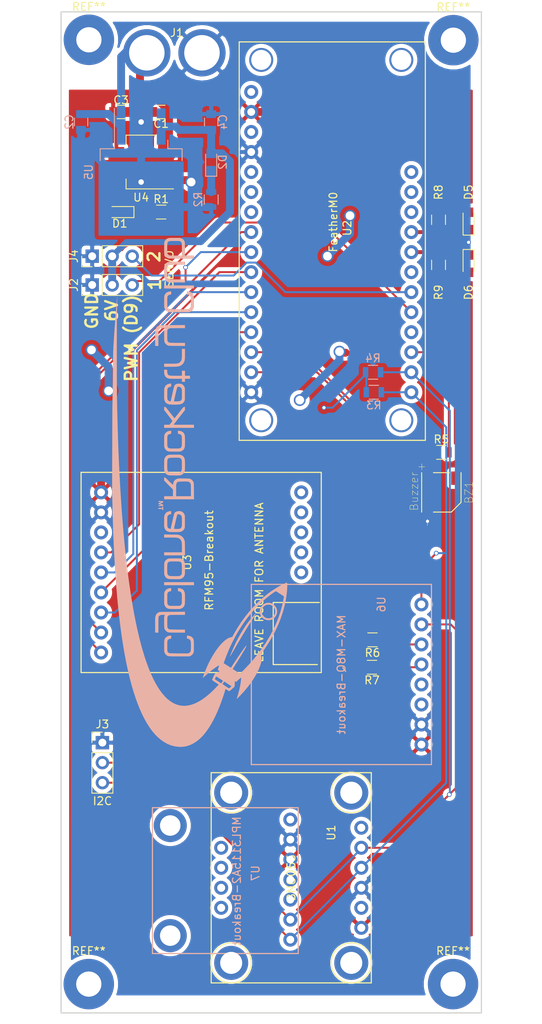
<source format=kicad_pcb>
(kicad_pcb (version 20171130) (host pcbnew "(5.1.0)-1")
  (title_block (title "The Hub") (rev 1.0) (company "Desert Jackal"))
  (layers (0 F.Cu signal) (31 B.Cu signal) (34 B.Paste user) (35 F.Paste user) (36 B.SilkS user) (37 F.SilkS user) (38 B.Mask user) (39 F.Mask user) (44 Edge.Cuts user))
  (net 0 "")
  (net 1 +12V)
  (net 2 GND)
  (net 3 +3V3)
  (net 4 "Net-(D1-Pad1)")
  (net 5 "Net-(D2-Pad1)")
  (net 6 "Net-(D5-Pad2)")
  (net 7 "Net-(D6-Pad2)")
  (net 8 "Net-(U2-Pad5)")
  (net 9 "Net-(U2-Pad6)")
  (net 10 "Net-(U2-Pad7)")
  (net 11 "Net-(BZ1-Pad1)")
  (net 12 /6V)
  (net 13 /SDA)
  (net 14 /SCL)
  (net 15 /BUZZER)
  (net 16 /TEST_LED_1)
  (net 17 /TEST_LED_2)
  (net 18 "Net-(U2-Pad1)")
  (net 19 "Net-(U2-Pad3)")
  (net 20 /LORA_CS)
  (net 21 /LORA_RESET)
  (net 22 /LORA_INTERRUPT)
  (net 23 /SCK)
  (net 24 /MOSI)
  (net 25 /MISO)
  (net 26 /GPS_RX)
  (net 27 /GPS_TX)
  (net 28 "Net-(U2-Pad20)")
  (net 29 "Net-(U2-Pad26)")
  (net 30 "Net-(U2-Pad27)")
  (net 31 "Net-(U2-Pad28)")
  (net 32 "Net-(U3-Pad3)")
  (net 33 "Net-(U3-Pad10)")
  (net 34 "Net-(U3-Pad11)")
  (net 35 "Net-(U3-Pad12)")
  (net 36 "Net-(U3-Pad13)")
  (net 37 "Net-(U3-Pad14)")
  (net 38 "Net-(U1-Pad2)")
  (net 39 "Net-(U1-Pad6)")
  (net 40 "Net-(U1-Pad7)")
  (net 41 "Net-(U1-Pad8)")
  (net 42 "Net-(U1-Pad9)")
  (net 43 "Net-(U1-Pad10)")
  (net 44 "Net-(U7-Pad1)")
  (net 45 "Net-(U7-Pad4)")
  (net 46 "Net-(U7-Pad5)")
  (net 47 /SERVO1_PWM)
  (net 48 /SERVO2_PWM)
  (net 49 "Net-(R6-Pad1)")
  (net 50 "Net-(R7-Pad1)")
  (net 51 "Net-(U2-Pad23)")
  (net 52 "Net-(U6-Pad5)")
  (net 53 "Net-(U6-Pad6)")
  (module RocketShopLogos:CycloneRocketryLogo (layer B.Cu) (at 114.3508 151.9047 90)
    (fp_text reference G*** hide)
    (fp_text value LOGO hide)
  )
  (module Mounting_Holes:MountingHole_3.2mm_M3_Pad (layer F.Cu) (at 102.5906 94.9833)
    (fp_text reference REF** (at 0 -4.2) (layer F.SilkS))
    (fp_text value MountingHole_3.2mm_M3_Pad)
    (pad 1 thru_hole circle (at 0 0) (size 6.4 6.4) (drill 3.2) (layers *.Cu *.Mask))
  )
  (module Mounting_Holes:MountingHole_3.2mm_M3_Pad (layer F.Cu) (at 148.844 95.0341)
    (fp_text reference REF** (at 0 -4.2) (layer F.SilkS))
    (fp_text value MountingHole_3.2mm_M3_Pad)
    (pad 1 thru_hole circle (at 0 0) (size 6.4 6.4) (drill 3.2) (layers *.Cu *.Mask))
  )
  (module Mounting_Holes:MountingHole_3.2mm_M3_Pad (layer F.Cu) (at 102.5779 214.7824)
    (fp_text reference REF** (at 0 -4.2) (layer F.SilkS))
    (fp_text value MountingHole_3.2mm_M3_Pad)
    (pad 1 thru_hole circle (at 0 0) (size 6.4 6.4) (drill 3.2) (layers *.Cu *.Mask))
  )
  (module Mounting_Holes:MountingHole_3.2mm_M3_Pad (layer F.Cu) (at 148.8059 214.7824)
    (fp_text reference REF** (at 0 -4.2) (layer F.SilkS))
    (fp_text value MountingHole_3.2mm_M3_Pad)
    (pad 1 thru_hole circle (at 0 0) (size 6.4 6.4) (drill 3.2) (layers *.Cu *.Mask))
  )
  (module DannysLib:CUI_CMT-5023S-SMT (layer F.Cu) (at 147.32 152.4 270)
    (fp_text reference BZ1 (at 0 -3.5 270) (layer F.SilkS) (effects (font (size 1.00106 1.00106) (thickness 0.05))))
    (fp_text value Buzzer (at -0.12502 3.45544 270) (layer F.SilkS) (effects (font (size 1.00013 1.00013) (thickness 0.05))))
    (fp_text user + (at -3.24338 2.56267 270) (layer F.SilkS) (effects (font (thickness 0.05))))
    (fp_text user - (at 3.79702 1.84341 270) (layer F.SilkS) (effects (font (thickness 0.05))))
    (pad 1 smd rect (at -1.8 1.75 270) (size 1.7 1) (layers F.Cu F.Paste F.Mask) (net 11 "Net-(BZ1-Pad1)"))
    (pad 2 smd rect (at 1.8 1.75 270) (size 1.7 1) (layers F.Cu F.Paste F.Mask) (net 2 GND))
    (pad "" smd rect (at -1.8 -1.75 270) (size 1.7 1) (layers F.Cu F.Paste F.Mask))
  )
  (module Capacitors_SMD:C_0805 (layer F.Cu) (at 111.76 104.14 180)
    (fp_text reference C1 (at 0 -1.5 180) (layer F.SilkS))
    (fp_text value 10U)
    (pad 1 smd rect (at -1 0 180) (size 1 1.25) (layers F.Cu F.Paste F.Mask) (net 1 +12V))
    (pad 2 smd rect (at 1 0 180) (size 1 1.25) (layers F.Cu F.Paste F.Mask) (net 2 GND))
  )
  (module Capacitors_SMD:C_0805 (layer B.Cu) (at 101.6 105.41 270)
    (fp_text reference C2 (at 0 1.5 270) (layer B.SilkS) (effects (justify mirror)))
    (fp_text value 10U)
    (pad 1 smd rect (at -1 0 270) (size 1 1.25) (layers B.Cu B.Paste B.Mask) (net 1 +12V))
    (pad 2 smd rect (at 1 0 270) (size 1 1.25) (layers B.Cu B.Paste B.Mask) (net 2 GND))
  )
  (module Capacitors_SMD:C_0805 (layer F.Cu) (at 106.68 104.14)
    (fp_text reference C3 (at 0 -1.5) (layer F.SilkS))
    (fp_text value 10U)
    (pad 2 smd rect (at 1 0) (size 1 1.25) (layers F.Cu F.Paste F.Mask) (net 2 GND))
    (pad 1 smd rect (at -1 0) (size 1 1.25) (layers F.Cu F.Paste F.Mask) (net 3 +3V3))
  )
  (module Capacitors_SMD:C_0805 (layer B.Cu) (at 118.11 105.41 90)
    (fp_text reference C4 (at 0 1.5 90) (layer B.SilkS) (effects (justify mirror)))
    (fp_text value 10U)
    (pad 2 smd rect (at 1 0 90) (size 1 1.25) (layers B.Cu B.Paste B.Mask) (net 2 GND))
    (pad 1 smd rect (at -1 0 90) (size 1 1.25) (layers B.Cu B.Paste B.Mask) (net 12 /6V))
  )
  (module LEDs:LED_0805 (layer F.Cu) (at 106.51 116.84 180)
    (fp_text reference D1 (at 0 -1.45 180) (layer F.SilkS))
    (fp_text value LED)
    (pad 1 smd rect (at -1.1 0) (size 1.2 1.2) (layers F.Cu F.Paste F.Mask) (net 4 "Net-(D1-Pad1)"))
    (pad 2 smd rect (at 1.1 0) (size 1.2 1.2) (layers F.Cu F.Paste F.Mask) (net 3 +3V3))
  )
  (module LEDs:LED_0805 (layer B.Cu) (at 118.11 110.49 90)
    (fp_text reference D2 (at 0 1.45 90) (layer B.SilkS) (effects (justify mirror)))
    (fp_text value LED)
    (pad 2 smd rect (at 1.1 0 270) (size 1.2 1.2) (layers B.Cu B.Paste B.Mask) (net 12 /6V))
    (pad 1 smd rect (at -1.1 0 270) (size 1.2 1.2) (layers B.Cu B.Paste B.Mask) (net 5 "Net-(D2-Pad1)"))
  )
  (module LEDs:LED_0805 (layer F.Cu) (at 150.7744 117.9654 90)
    (fp_text reference D5 (at 3.64 0 90) (layer F.SilkS))
    (fp_text value LED)
    (pad 2 smd rect (at 1.1 0 270) (size 1.2 1.2) (layers F.Cu F.Paste F.Mask) (net 6 "Net-(D5-Pad2)"))
    (pad 1 smd rect (at -1.1 0 270) (size 1.2 1.2) (layers F.Cu F.Paste F.Mask) (net 2 GND))
  )
  (module LEDs:LED_0805 (layer F.Cu) (at 150.7744 123.3854 270)
    (fp_text reference D6 (at 3.64 0 270) (layer F.SilkS))
    (fp_text value LED)
    (pad 1 smd rect (at -1.1 0 90) (size 1.2 1.2) (layers F.Cu F.Paste F.Mask) (net 2 GND))
    (pad 2 smd rect (at 1.1 0 90) (size 1.2 1.2) (layers F.Cu F.Paste F.Mask) (net 7 "Net-(D6-Pad2)"))
  )
  (module DannysLib:XT60 (layer F.Cu) (at 109.9416 96.6343)
    (fp_text reference J1 (at 3.81 -2.54) (layer F.SilkS))
    (fp_text value "12V Power")
    (pad 1 thru_hole circle (at 0 0) (size 6 6) (drill 4.5) (layers *.Cu *.Mask) (net 1 +12V))
    (pad 2 thru_hole circle (at 7 0) (size 6 6) (drill 4.5) (layers *.Cu *.Mask) (net 2 GND))
  )
  (module Pin_Headers:Pin_Header_Straight_1x03_Pitch2.54mm (layer F.Cu) (at 103.0097 126.0856 90)
    (fp_text reference J2 (at 0 -2.33 90) (layer F.SilkS))
    (fp_text value SERVO (at 2.0193 9.7917 90) (layer F.SilkS))
    (pad 1 thru_hole rect (at 0 0 90) (size 1.7 1.7) (drill 1) (layers *.Cu *.Mask) (net 2 GND))
    (pad 2 thru_hole oval (at 0 2.54 90) (size 1.7 1.7) (drill 1) (layers *.Cu *.Mask) (net 12 /6V))
    (pad 3 thru_hole oval (at 0 5.08 90) (size 1.7 1.7) (drill 1) (layers *.Cu *.Mask) (net 47 /SERVO1_PWM))
  )
  (module Pin_Headers:Pin_Header_Straight_1x03_Pitch2.54mm (layer F.Cu) (at 104.3051 184.15)
    (fp_text reference J3 (at 0 -2.33) (layer F.SilkS))
    (fp_text value I2C (at 0 7.41) (layer F.SilkS))
    (pad 3 thru_hole oval (at 0 5.08) (size 1.7 1.7) (drill 1) (layers *.Cu *.Mask) (net 13 /SDA))
    (pad 2 thru_hole oval (at 0 2.54) (size 1.7 1.7) (drill 1) (layers *.Cu *.Mask) (net 14 /SCL))
    (pad 1 thru_hole rect (at 0 0) (size 1.7 1.7) (drill 1) (layers *.Cu *.Mask) (net 2 GND))
  )
  (module Resistors_SMD:R_0805 (layer F.Cu) (at 111.76 116.84)
    (fp_text reference R1 (at 0 -1.65) (layer F.SilkS))
    (fp_text value 220)
    (pad 1 smd rect (at -0.95 0) (size 0.7 1.3) (layers F.Cu F.Paste F.Mask) (net 4 "Net-(D1-Pad1)"))
    (pad 2 smd rect (at 0.95 0) (size 0.7 1.3) (layers F.Cu F.Paste F.Mask) (net 2 GND))
  )
  (module Resistors_SMD:R_0805 (layer B.Cu) (at 118.11 115.25 270)
    (fp_text reference R2 (at 0 1.65 270) (layer B.SilkS) (effects (justify mirror)))
    (fp_text value 470)
    (pad 2 smd rect (at 0.95 0 270) (size 0.7 1.3) (layers B.Cu B.Paste B.Mask) (net 2 GND))
    (pad 1 smd rect (at -0.95 0 270) (size 0.7 1.3) (layers B.Cu B.Paste B.Mask) (net 5 "Net-(D2-Pad1)"))
  )
  (module Resistors_SMD:R_0805 (layer B.Cu) (at 138.75 139.7)
    (fp_text reference R3 (at 0 1.65) (layer B.SilkS) (effects (justify mirror)))
    (fp_text value 2.2K)
    (pad 1 smd rect (at -0.95 0) (size 0.7 1.3) (layers B.Cu B.Paste B.Mask) (net 3 +3V3))
    (pad 2 smd rect (at 0.95 0) (size 0.7 1.3) (layers B.Cu B.Paste B.Mask) (net 13 /SDA))
  )
  (module Resistors_SMD:R_0805 (layer B.Cu) (at 138.655001 137.16)
    (fp_text reference R4 (at -0.009101 -1.778) (layer B.SilkS) (effects (justify mirror)))
    (fp_text value 2.2K)
    (pad 2 smd rect (at 0.95 0) (size 0.7 1.3) (layers B.Cu B.Paste B.Mask) (net 14 /SCL))
    (pad 1 smd rect (at -0.95 0) (size 0.7 1.3) (layers B.Cu B.Paste B.Mask) (net 3 +3V3))
  )
  (module Resistors_SMD:R_0805 (layer F.Cu) (at 147.32 147.32)
    (fp_text reference R5 (at 0 -1.65) (layer F.SilkS))
    (fp_text value 330)
    (pad 1 smd rect (at -0.95 0) (size 0.7 1.3) (layers F.Cu F.Paste F.Mask) (net 11 "Net-(BZ1-Pad1)"))
    (pad 2 smd rect (at 0.95 0) (size 0.7 1.3) (layers F.Cu F.Paste F.Mask) (net 15 /BUZZER))
  )
  (module Resistors_SMD:R_0805 (layer F.Cu) (at 146.9644 117.8154 90)
    (fp_text reference R8 (at 3.49 0 90) (layer F.SilkS))
    (fp_text value 220)
    (pad 2 smd rect (at 0.95 0 90) (size 0.7 1.3) (layers F.Cu F.Paste F.Mask) (net 6 "Net-(D5-Pad2)"))
    (pad 1 smd rect (at -0.95 0 90) (size 0.7 1.3) (layers F.Cu F.Paste F.Mask) (net 16 /TEST_LED_1))
  )
  (module Resistors_SMD:R_0805 (layer F.Cu) (at 146.9644 123.5354 270)
    (fp_text reference R9 (at 3.49 0 270) (layer F.SilkS))
    (fp_text value 220)
    (pad 2 smd rect (at 0.95 0 270) (size 0.7 1.3) (layers F.Cu F.Paste F.Mask) (net 7 "Net-(D6-Pad2)"))
    (pad 1 smd rect (at -0.95 0 270) (size 0.7 1.3) (layers F.Cu F.Paste F.Mask) (net 17 /TEST_LED_2))
  )
  (module FoxWestern:BNO055 (layer F.Cu) (at 135.89 212.09 90)
    (fp_text reference U1 (at 16.51 -2.54 90) (layer F.SilkS))
    (fp_text value BNO055-Breakout)
    (fp_text user BNO055 (at 10.795 -7.62 90) (layer F.SilkS))
    (pad 1 thru_hole circle (at 4.445 1.27 90) (size 1.778 1.778) (drill 1.016) (layers *.Cu *.Mask) (net 3 +3V3))
    (pad 2 thru_hole circle (at 6.985 1.27 90) (size 1.778 1.778) (drill 1.016) (layers *.Cu *.Mask) (net 38 "Net-(U1-Pad2)"))
    (pad 3 thru_hole circle (at 9.525 1.27 90) (size 1.778 1.778) (drill 1.016) (layers *.Cu *.Mask) (net 2 GND))
    (pad 4 thru_hole circle (at 12.065 1.27 90) (size 1.778 1.778) (drill 1.016) (layers *.Cu *.Mask) (net 13 /SDA))
    (pad 5 thru_hole circle (at 14.605 1.27 90) (size 1.778 1.778) (drill 1.016) (layers *.Cu *.Mask) (net 14 /SCL))
    (pad 6 thru_hole circle (at 17.145 1.27 90) (size 1.778 1.778) (drill 1.016) (layers *.Cu *.Mask) (net 39 "Net-(U1-Pad6)"))
    (pad 7 thru_hole circle (at 6.985 -16.51 90) (size 1.778 1.778) (drill 1.016) (layers *.Cu *.Mask) (net 40 "Net-(U1-Pad7)"))
    (pad 8 thru_hole circle (at 9.525 -16.51 90) (size 1.778 1.778) (drill 1.016) (layers *.Cu *.Mask) (net 41 "Net-(U1-Pad8)"))
    (pad 9 thru_hole circle (at 12.065 -16.51 90) (size 1.778 1.778) (drill 1.016) (layers *.Cu *.Mask) (net 42 "Net-(U1-Pad9)"))
    (pad 10 thru_hole circle (at 14.605 -16.51 90) (size 1.778 1.778) (drill 1.016) (layers *.Cu *.Mask) (net 43 "Net-(U1-Pad10)"))
    (pad "" thru_hole circle (at 0 0 90) (size 4.318 4.318) (drill 2.794) (layers *.Cu *.Mask))
    (pad "" thru_hole circle (at 21.59 0 90) (size 4.318 4.318) (drill 2.794) (layers *.Cu *.Mask))
    (pad "" thru_hole circle (at 21.59 -15.24 90) (size 4.318 4.318) (drill 2.794) (layers *.Cu *.Mask))
    (pad "" thru_hole circle (at 0 -15.24 90) (size 4.318 4.318) (drill 2.794) (layers *.Cu *.Mask))
  )
  (module DannysLib:FEATHER-M0-DATALOGGER (layer F.Cu) (at 123.19 101.6)
    (fp_text reference U2 (at 12.192 17.272 90) (layer F.SilkS))
    (fp_text value FeatherM0 (at 10.414 16.51 90) (layer F.SilkS))
    (pad 1 thru_hole circle (at 0 0) (size 1.778 1.778) (drill 0.9906) (layers *.Cu *.Mask) (net 18 "Net-(U2-Pad1)"))
    (pad 2 thru_hole circle (at 0 2.54) (size 1.778 1.778) (drill 0.9906) (layers *.Cu *.Mask) (net 3 +3V3))
    (pad 3 thru_hole circle (at 0 5.08) (size 1.778 1.778) (drill 0.9906) (layers *.Cu *.Mask) (net 19 "Net-(U2-Pad3)"))
    (pad 4 thru_hole circle (at 0 7.62) (size 1.778 1.778) (drill 0.9906) (layers *.Cu *.Mask) (net 2 GND))
    (pad 5 thru_hole circle (at 0 10.16) (size 1.778 1.778) (drill 0.9906) (layers *.Cu *.Mask) (net 8 "Net-(U2-Pad5)"))
    (pad 6 thru_hole circle (at 0 12.7) (size 1.778 1.778) (drill 0.9906) (layers *.Cu *.Mask) (net 9 "Net-(U2-Pad6)"))
    (pad 7 thru_hole circle (at 0 15.24) (size 1.778 1.778) (drill 0.9906) (layers *.Cu *.Mask) (net 10 "Net-(U2-Pad7)"))
    (pad 8 thru_hole circle (at 0 17.78) (size 1.778 1.778) (drill 0.9906) (layers *.Cu *.Mask) (net 20 /LORA_CS))
    (pad 9 thru_hole circle (at 0 20.32) (size 1.778 1.778) (drill 0.9906) (layers *.Cu *.Mask) (net 21 /LORA_RESET))
    (pad 10 thru_hole circle (at 0 22.86) (size 1.778 1.778) (drill 0.9906) (layers *.Cu *.Mask) (net 22 /LORA_INTERRUPT))
    (pad 11 thru_hole circle (at 0 25.4) (size 1.778 1.778) (drill 0.9906) (layers *.Cu *.Mask) (net 23 /SCK))
    (pad 12 thru_hole circle (at 0 27.94) (size 1.778 1.778) (drill 0.9906) (layers *.Cu *.Mask) (net 24 /MOSI))
    (pad 13 thru_hole circle (at 0 30.48) (size 1.778 1.778) (drill 0.9906) (layers *.Cu *.Mask) (net 25 /MISO))
    (pad 14 thru_hole circle (at 0 33.02) (size 1.778 1.778) (drill 0.9906) (layers *.Cu *.Mask) (net 26 /GPS_RX))
    (pad 15 thru_hole circle (at 0 35.56) (size 1.778 1.778) (drill 0.9906) (layers *.Cu *.Mask) (net 27 /GPS_TX))
    (pad 16 thru_hole circle (at 0 38.1) (size 1.778 1.778) (drill 0.9906) (layers *.Cu *.Mask) (net 2 GND))
    (pad 17 thru_hole circle (at 20.32 38.1) (size 1.778 1.778) (drill 0.9906) (layers *.Cu *.Mask) (net 13 /SDA))
    (pad 18 thru_hole circle (at 20.32 35.56) (size 1.778 1.778) (drill 0.9906) (layers *.Cu *.Mask) (net 14 /SCL))
    (pad 19 thru_hole circle (at 20.32 33.02) (size 1.778 1.778) (drill 0.9906) (layers *.Cu *.Mask) (net 15 /BUZZER))
    (pad 20 thru_hole circle (at 20.32 30.48) (size 1.778 1.778) (drill 0.9906) (layers *.Cu *.Mask) (net 28 "Net-(U2-Pad20)"))
    (pad 21 thru_hole circle (at 20.32 27.94) (size 1.778 1.778) (drill 0.9906) (layers *.Cu *.Mask) (net 47 /SERVO1_PWM))
    (pad 22 thru_hole circle (at 20.32 25.4) (size 1.778 1.778) (drill 0.9906) (layers *.Cu *.Mask) (net 48 /SERVO2_PWM))
    (pad 23 thru_hole circle (at 20.32 22.86) (size 1.778 1.778) (drill 0.9906) (layers *.Cu *.Mask) (net 51 "Net-(U2-Pad23)"))
    (pad 24 thru_hole circle (at 20.32 20.32) (size 1.778 1.778) (drill 0.9906) (layers *.Cu *.Mask) (net 17 /TEST_LED_2))
    (pad 25 thru_hole circle (at 20.32 17.78) (size 1.778 1.778) (drill 0.9906) (layers *.Cu *.Mask) (net 16 /TEST_LED_1))
    (pad 26 thru_hole circle (at 20.32 15.24) (size 1.778 1.778) (drill 0.9906) (layers *.Cu *.Mask) (net 29 "Net-(U2-Pad26)"))
    (pad 27 thru_hole circle (at 20.32 12.7) (size 1.778 1.778) (drill 0.9906) (layers *.Cu *.Mask) (net 30 "Net-(U2-Pad27)"))
    (pad 28 thru_hole circle (at 20.32 10.16) (size 1.778 1.778) (drill 0.9906) (layers *.Cu *.Mask) (net 31 "Net-(U2-Pad28)"))
    (pad "" thru_hole circle (at 1.27 -4.064) (size 3.048 3.048) (drill 2.54) (layers *.Cu *.Mask))
    (pad "" thru_hole circle (at 19.05 -4.064) (size 3.048 3.048) (drill 2.54) (layers *.Cu *.Mask))
    (pad "" thru_hole circle (at 1.27 41.656) (size 3.048 3.048) (drill 2.54) (layers *.Cu *.Mask))
    (pad "" thru_hole circle (at 19.05 41.656) (size 3.048 3.048) (drill 2.54) (layers *.Cu *.Mask))
  )
  (module DannysLib:RFM95-Breakout (layer F.Cu) (at 104.14 152.4 270)
    (fp_text reference U3 (at 8.89 -10.922 270) (layer F.SilkS))
    (fp_text value RFM95-Breakout (at 8.636 -13.716 270) (layer F.SilkS))
    (fp_text user "LEAVE ROOM FOR ANTENNA" (at 11.43 -20.066 270) (layer F.SilkS))
    (pad 1 thru_hole circle (at 0 0 270) (size 1.778 1.778) (drill 0.9906) (layers *.Cu *.Mask) (net 3 +3V3))
    (pad 2 thru_hole circle (at 2.54 0 270) (size 1.778 1.778) (drill 0.9906) (layers *.Cu *.Mask) (net 2 GND))
    (pad 3 thru_hole circle (at 5.08 0 270) (size 1.778 1.778) (drill 0.9906) (layers *.Cu *.Mask) (net 32 "Net-(U3-Pad3)"))
    (pad 4 thru_hole circle (at 7.62 0 270) (size 1.778 1.778) (drill 0.9906) (layers *.Cu *.Mask) (net 22 /LORA_INTERRUPT))
    (pad 5 thru_hole circle (at 10.16 0 270) (size 1.778 1.778) (drill 0.9906) (layers *.Cu *.Mask) (net 23 /SCK))
    (pad 6 thru_hole circle (at 12.7 0 270) (size 1.778 1.778) (drill 0.9906) (layers *.Cu *.Mask) (net 25 /MISO))
    (pad 7 thru_hole circle (at 15.24 0 270) (size 1.778 1.778) (drill 0.9906) (layers *.Cu *.Mask) (net 24 /MOSI))
    (pad 8 thru_hole circle (at 17.78 0 270) (size 1.778 1.778) (drill 0.9906) (layers *.Cu *.Mask) (net 20 /LORA_CS))
    (pad 9 thru_hole circle (at 20.32 0 270) (size 1.778 1.778) (drill 0.9906) (layers *.Cu *.Mask) (net 21 /LORA_RESET))
    (pad 10 thru_hole circle (at 0 -25.4 270) (size 1.778 1.778) (drill 0.9906) (layers *.Cu *.Mask) (net 33 "Net-(U3-Pad10)"))
    (pad 11 thru_hole circle (at 2.54 -25.4 270) (size 1.778 1.778) (drill 0.9906) (layers *.Cu *.Mask) (net 34 "Net-(U3-Pad11)"))
    (pad 12 thru_hole circle (at 5.08 -25.4 270) (size 1.778 1.778) (drill 0.9906) (layers *.Cu *.Mask) (net 35 "Net-(U3-Pad12)"))
    (pad 13 thru_hole circle (at 7.62 -25.4 270) (size 1.778 1.778) (drill 0.9906) (layers *.Cu *.Mask) (net 36 "Net-(U3-Pad13)"))
    (pad 14 thru_hole circle (at 10.16 -25.4 270) (size 1.778 1.778) (drill 0.9906) (layers *.Cu *.Mask) (net 37 "Net-(U3-Pad14)"))
  )
  (module TO_SOT_Packages_SMD:SOT-223-3_TabPin2 (layer F.Cu) (at 109.22 110.49 180)
    (fp_text reference U4 (at 0 -4.5 180) (layer F.SilkS))
    (fp_text value AZ1117-3.3)
    (pad 1 smd rect (at -3.15 -2.3 180) (size 2 1.5) (layers F.Cu F.Paste F.Mask) (net 2 GND))
    (pad 3 smd rect (at -3.15 2.3 180) (size 2 1.5) (layers F.Cu F.Paste F.Mask) (net 1 +12V))
    (pad 2 smd rect (at -3.15 0 180) (size 2 1.5) (layers F.Cu F.Paste F.Mask) (net 3 +3V3))
    (pad 2 smd rect (at 3.15 0 180) (size 2 3.8) (layers F.Cu F.Paste F.Mask) (net 3 +3V3))
  )
  (module TO_SOT_Packages_SMD:TO-263-2 (layer B.Cu) (at 109.22 111.76 270)
    (fp_text reference U5 (at 0 6.65 270) (layer B.SilkS) (effects (justify mirror)))
    (fp_text value L7806)
    (pad 2 smd rect (at 0.95 -2.775 270) (size 4.55 5.25) (layers B.Cu B.Paste) (net 2 GND))
    (pad 2 smd rect (at 5.8 2.775 270) (size 4.55 5.25) (layers B.Cu B.Paste) (net 2 GND))
    (pad 2 smd rect (at 0.95 2.775 270) (size 4.55 5.25) (layers B.Cu B.Paste) (net 2 GND))
    (pad 2 smd rect (at 5.8 -2.775 270) (size 4.55 5.25) (layers B.Cu B.Paste) (net 2 GND))
    (pad 2 smd rect (at 3.375 0 270) (size 9.4 10.8) (layers B.Cu B.Mask) (net 2 GND))
    (pad 3 smd rect (at -5.775 -2.54 270) (size 4.6 1.1) (layers B.Cu B.Paste B.Mask) (net 12 /6V))
    (pad 1 smd rect (at -5.775 2.54 270) (size 4.6 1.1) (layers B.Cu B.Paste B.Mask) (net 1 +12V))
  )
  (module DannysLib:MPL3115A2-Breakout (layer B.Cu) (at 128.1557 193.9036 270)
    (fp_text reference U7 (at 6.8072 4.4196 270) (layer B.SilkS) (effects (justify mirror)))
    (fp_text value MPL3115A2-Breakout (at 7.8 6.8 270) (layer B.SilkS) (effects (justify mirror)))
    (pad 1 thru_hole circle (at 0 0 270) (size 1.778 1.778) (drill 0.9906) (layers *.Cu *.Mask) (net 44 "Net-(U7-Pad1)"))
    (pad 2 thru_hole circle (at 2.54 0 270) (size 1.778 1.778) (drill 0.9906) (layers *.Cu *.Mask) (net 2 GND))
    (pad 3 thru_hole circle (at 5.08 0 270) (size 1.778 1.778) (drill 0.9906) (layers *.Cu *.Mask) (net 3 +3V3))
    (pad 4 thru_hole circle (at 7.62 0 270) (size 1.778 1.778) (drill 0.9906) (layers *.Cu *.Mask) (net 45 "Net-(U7-Pad4)"))
    (pad 5 thru_hole circle (at 10.16 0 270) (size 1.778 1.778) (drill 0.9906) (layers *.Cu *.Mask) (net 46 "Net-(U7-Pad5)"))
    (pad 6 thru_hole circle (at 12.7 0 270) (size 1.778 1.778) (drill 0.9906) (layers *.Cu *.Mask) (net 14 /SCL))
    (pad 7 thru_hole circle (at 15.24 0 270) (size 1.778 1.778) (drill 0.9906) (layers *.Cu *.Mask) (net 13 /SDA))
    (pad "" thru_hole circle (at 0.76 15.24 270) (size 4.2 4.2) (drill 2.6) (layers *.Cu *.Mask))
    (pad "" thru_hole circle (at 14.73 15.24 270) (size 4.2 4.2) (drill 2.6) (layers *.Cu *.Mask))
  )
  (module Pin_Headers:Pin_Header_Straight_1x03_Pitch2.54mm (layer F.Cu) (at 103.0097 122.4407 90)
    (fp_text reference J4 (at 0 -2.33 90) (layer F.SilkS))
    (fp_text value SERVO)
    (pad 3 thru_hole oval (at 0 5.08 90) (size 1.7 1.7) (drill 1) (layers *.Cu *.Mask) (net 48 /SERVO2_PWM))
    (pad 2 thru_hole oval (at 0 2.54 90) (size 1.7 1.7) (drill 1) (layers *.Cu *.Mask) (net 12 /6V))
    (pad 1 thru_hole rect (at 0 0 90) (size 1.7 1.7) (drill 1) (layers *.Cu *.Mask) (net 2 GND))
  )
  (module Resistors_SMD:R_0805 (layer F.Cu) (at 138.5824 171.1071 180)
    (fp_text reference R6 (at 0 -1.65 180) (layer F.SilkS))
    (fp_text value 0)
    (pad 1 smd rect (at -0.95 0 180) (size 0.7 1.3) (layers F.Cu F.Paste F.Mask) (net 49 "Net-(R6-Pad1)"))
    (pad 2 smd rect (at 0.95 0 180) (size 0.7 1.3) (layers F.Cu F.Paste F.Mask) (net 26 /GPS_RX))
  )
  (module Resistors_SMD:R_0805 (layer F.Cu) (at 138.5164 174.5869 180)
    (fp_text reference R7 (at 0 -1.65 180) (layer F.SilkS))
    (fp_text value 0)
    (pad 2 smd rect (at 0.95 0 180) (size 0.7 1.3) (layers F.Cu F.Paste F.Mask) (net 27 /GPS_TX))
    (pad 1 smd rect (at -0.95 0 180) (size 0.7 1.3) (layers F.Cu F.Paste F.Mask) (net 50 "Net-(R7-Pad1)"))
  )
  (module DannysLib:MAX-M8Q-Breakout (layer B.Cu) (at 144.7927 166.6113 270)
    (fp_text reference U6 (at 0 5.08 270) (layer B.SilkS) (effects (justify mirror)))
    (fp_text value MAX-M8Q-Breakout (at 8.89 10.16 270) (layer B.SilkS) (effects (justify mirror)))
    (pad 1 thru_hole circle (at 0 0 270) (size 1.778 1.778) (drill 0.9906) (layers *.Cu *.Mask) (net 13 /SDA))
    (pad 2 thru_hole circle (at 2.54 0 270) (size 1.778 1.778) (drill 0.9906) (layers *.Cu *.Mask) (net 14 /SCL))
    (pad 3 thru_hole circle (at 5.08 0 270) (size 1.778 1.778) (drill 0.9906) (layers *.Cu *.Mask) (net 49 "Net-(R6-Pad1)"))
    (pad 4 thru_hole circle (at 7.62 0 270) (size 1.778 1.778) (drill 0.9906) (layers *.Cu *.Mask) (net 50 "Net-(R7-Pad1)"))
    (pad 5 thru_hole circle (at 10.16 0 270) (size 1.778 1.778) (drill 0.9906) (layers *.Cu *.Mask) (net 52 "Net-(U6-Pad5)"))
    (pad 6 thru_hole circle (at 12.7 0 270) (size 1.778 1.778) (drill 0.9906) (layers *.Cu *.Mask) (net 53 "Net-(U6-Pad6)"))
    (pad 7 thru_hole circle (at 15.24 0 270) (size 1.778 1.778) (drill 0.9906) (layers *.Cu *.Mask) (net 2 GND))
    (pad 8 thru_hole circle (at 17.78 0 270) (size 1.778 1.778) (drill 0.9906) (layers *.Cu *.Mask) (net 3 +3V3))
  )
  (gr_text 2 (at 110.8583 122.4915 90) (layer F.SilkS) (effects (font (size 1.5 1.5) (thickness 0.3))))
  (gr_text 1 (at 110.9472 126.0221 90) (layer F.SilkS) (effects (font (size 1.5 1.5) (thickness 0.3))))
  (gr_text "PWM (D9)" (at 107.9627 132.8547 90) (layer F.SilkS) (effects (font (size 1.5 1.5) (thickness 0.3))))
  (gr_text 6V (at 105.4735 129.3495 90) (layer F.SilkS) (effects (font (size 1.5 1.5) (thickness 0.3))))
  (gr_text GND (at 102.9589 129.3876 90) (layer F.SilkS) (effects (font (size 1.5 1.5) (thickness 0.3))))
  (gr_line (start 99.06 91.44) (end 152.4 91.44) (layer Edge.Cuts) (width 0.15))
  (gr_line (start 99.06 218.44) (end 99.06 91.44) (layer Edge.Cuts) (width 0.15))
  (gr_line (start 152.4 218.44) (end 99.06 218.44) (layer Edge.Cuts) (width 0.15))
  (gr_line (start 152.4 91.44) (end 152.4 218.44) (layer Edge.Cuts) (width 0.15))
  (via (at 134.3914 134.5438) (size 1.5) (drill 1.1) (layers F.Cu B.Cu) (net 0))
  (segment (start 135.1788 134.6835) (end 134.5311 134.6835) (width 1) (layer F.Cu) (net 0))
  (segment (start 134.5311 134.6835) (end 134.3914 134.5438) (width 1) (layer F.Cu) (net 0))
  (via (at 129.3495 140.6906) (size 1.5) (drill 1.1) (layers F.Cu B.Cu) (net 0))
  (segment (start 134.3914 134.5438) (end 134.3914 135.6487) (width 1) (layer B.Cu) (net 0))
  (segment (start 134.3914 135.6487) (end 129.3495 140.6906) (width 1) (layer B.Cu) (net 0))
  (segment (start 105.105 104.41) (end 106.68 105.985) (width 1) (layer B.Cu) (net 1))
  (segment (start 101.6 104.41) (end 105.105 104.41) (width 1) (layer B.Cu) (net 1))
  (segment (start 106.68 97.14) (end 107.3 96.52) (width 1) (layer B.Cu) (net 1))
  (segment (start 106.68 105.985) (end 106.68 97.14) (width 1) (layer B.Cu) (net 1))
  (segment (start 112.76 107.8) (end 112.37 108.19) (width 1) (layer F.Cu) (net 1))
  (segment (start 112.76 104.14) (end 112.76 107.8) (width 1) (layer F.Cu) (net 1))
  (segment (start 112.76 104.015) (end 109.075 100.33) (width 1) (layer F.Cu) (net 1))
  (segment (start 112.76 104.14) (end 112.76 104.015) (width 1) (layer F.Cu) (net 1))
  (segment (start 109.075 98.295) (end 107.3 96.52) (width 1) (layer F.Cu) (net 1))
  (segment (start 109.075 100.33) (end 109.075 98.295) (width 1) (layer F.Cu) (net 1))
  (segment (start 112.71 113.13) (end 112.37 112.79) (width 0.5) (layer F.Cu) (net 2))
  (segment (start 112.71 116.84) (end 112.71 113.13) (width 0.5) (layer F.Cu) (net 2))
  (via (at 109.22 113.03) (size 1) (drill 0.7) (layers F.Cu B.Cu) (net 2))
  (segment (start 112.37 112.79) (end 109.46 112.79) (width 0.5) (layer F.Cu) (net 2))
  (segment (start 109.46 112.79) (end 109.22 113.03) (width 0.5) (layer F.Cu) (net 2))
  (via (at 109.22 105.41) (size 1) (drill 0.7) (layers F.Cu B.Cu) (net 2))
  (segment (start 109.22 104.14) (end 109.22 105.41) (width 0.5) (layer F.Cu) (net 2))
  (segment (start 109.22 104.14) (end 110.76 104.14) (width 0.5) (layer F.Cu) (net 2))
  (segment (start 107.68 104.14) (end 109.22 104.14) (width 0.5) (layer F.Cu) (net 2))
  (segment (start 113.355 116.2) (end 111.995 117.56) (width 1) (layer B.Cu) (net 2))
  (segment (start 118.11 116.2) (end 113.355 116.2) (width 1) (layer B.Cu) (net 2))
  (segment (start 101.6 107.865) (end 106.445 112.71) (width 1) (layer B.Cu) (net 2))
  (segment (start 101.6 106.41) (end 101.6 107.865) (width 1) (layer B.Cu) (net 2))
  (segment (start 109.22 115.135) (end 109.22 101.6) (width 1) (layer B.Cu) (net 2))
  (via (at 115.57 113.03) (size 1.5) (drill 1.1) (layers F.Cu B.Cu) (net 2))
  (segment (start 112.37 112.79) (end 115.33 112.79) (width 1) (layer F.Cu) (net 2))
  (segment (start 115.33 112.79) (end 115.57 113.03) (width 1) (layer F.Cu) (net 2))
  (segment (start 123.19 109.22) (end 120.65 109.22) (width 0.5) (layer B.Cu) (net 2))
  (via (at 150.7744 120.6754) (size 0.6) (drill 0.4) (layers F.Cu B.Cu) (net 2))
  (segment (start 150.7744 120.6754) (end 150.7744 122.2854) (width 0.5) (layer F.Cu) (net 2))
  (segment (start 150.7744 119.0654) (end 150.7744 120.6754) (width 0.5) (layer F.Cu) (net 2))
  (via (at 145.5674 156.0703) (size 0.6) (drill 0.4) (layers F.Cu B.Cu) (net 2))
  (segment (start 145.57 156.0677) (end 145.5674 156.0703) (width 0.25) (layer F.Cu) (net 2))
  (segment (start 145.57 154.2) (end 145.57 156.0677) (width 0.25) (layer F.Cu) (net 2))
  (segment (start 112.37 110.49) (end 106.07 110.49) (width 1.5) (layer F.Cu) (net 3))
  (segment (start 106.07 110.49) (end 106.07 107.34) (width 0.5) (layer F.Cu) (net 3))
  (segment (start 105.68 106.95) (end 105.68 104.14) (width 0.5) (layer F.Cu) (net 3))
  (segment (start 106.07 107.34) (end 105.68 106.95) (width 0.5) (layer F.Cu) (net 3))
  (segment (start 106.07 110.49) (end 106.07 113.64) (width 0.5) (layer F.Cu) (net 3))
  (segment (start 105.41 114.3) (end 105.41 116.84) (width 0.5) (layer F.Cu) (net 3))
  (segment (start 106.07 113.64) (end 105.41 114.3) (width 0.5) (layer F.Cu) (net 3))
  (segment (start 112.62 110.49) (end 117.7 105.41) (width 0.5) (layer F.Cu) (net 3))
  (segment (start 112.37 110.49) (end 112.62 110.49) (width 0.5) (layer F.Cu) (net 3))
  (segment (start 121.92 105.41) (end 123.19 104.14) (width 0.5) (layer F.Cu) (net 3))
  (segment (start 117.7 105.41) (end 121.92 105.41) (width 0.5) (layer F.Cu) (net 3))
  (segment (start 137.8 137.254999) (end 137.705001 137.16) (width 0.25) (layer B.Cu) (net 3))
  (segment (start 137.8 139.7) (end 137.8 137.254999) (width 0.25) (layer B.Cu) (net 3))
  (via (at 132.4229 141.6558) (size 0.6) (drill 0.4) (layers F.Cu B.Cu) (net 3))
  (segment (start 133.509201 141.6558) (end 132.4229 141.6558) (width 0.25) (layer B.Cu) (net 3))
  (segment (start 137.705001 137.16) (end 137.705001 137.46) (width 0.25) (layer B.Cu) (net 3))
  (segment (start 137.705001 137.46) (end 133.509201 141.6558) (width 0.25) (layer B.Cu) (net 3))
  (segment (start 123.19 104.14) (end 129.0828 104.14) (width 1) (layer F.Cu) (net 3))
  (via (at 135.7249 117.2972) (size 1.5) (drill 1.1) (layers F.Cu B.Cu) (net 3))
  (segment (start 129.0828 104.14) (end 135.7249 110.7821) (width 1) (layer F.Cu) (net 3))
  (segment (start 135.7249 110.7821) (end 135.7249 117.2972) (width 1) (layer F.Cu) (net 3))
  (via (at 132.8674 122.428) (size 1.5) (drill 1.1) (layers F.Cu B.Cu) (net 3))
  (segment (start 135.7249 117.2972) (end 135.7249 119.5705) (width 1) (layer B.Cu) (net 3))
  (segment (start 135.7249 119.5705) (end 132.8674 122.428) (width 1) (layer B.Cu) (net 3))
  (via (at 105.0925 139.5222) (size 1.5) (drill 1.1) (layers F.Cu B.Cu) (net 3))
  (segment (start 104.14 152.4) (end 104.14 140.4747) (width 1) (layer F.Cu) (net 3))
  (segment (start 104.14 140.4747) (end 105.0925 139.5222) (width 1) (layer F.Cu) (net 3))
  (via (at 102.9208 134.3279) (size 1.5) (drill 1.1) (layers F.Cu B.Cu) (net 3))
  (segment (start 105.0925 139.5222) (end 105.0925 136.4996) (width 1) (layer B.Cu) (net 3))
  (segment (start 105.0925 136.4996) (end 102.9208 134.3279) (width 1) (layer B.Cu) (net 3))
  (segment (start 110.81 116.84) (end 107.61 116.84) (width 0.5) (layer F.Cu) (net 4))
  (segment (start 118.11 111.59) (end 118.11 114.3) (width 1) (layer B.Cu) (net 5))
  (segment (start 146.9644 116.8654) (end 150.7744 116.8654) (width 0.5) (layer F.Cu) (net 6))
  (segment (start 146.9644 124.4854) (end 150.7744 124.4854) (width 0.5) (layer F.Cu) (net 7))
  (segment (start 145.57 148.42) (end 145.57 150.6) (width 0.25) (layer F.Cu) (net 11))
  (segment (start 146.37 147.32) (end 146.37 147.62) (width 0.25) (layer F.Cu) (net 11))
  (segment (start 146.37 147.62) (end 145.57 148.42) (width 0.25) (layer F.Cu) (net 11))
  (segment (start 111.76 105.985) (end 113.605 105.985) (width 1) (layer B.Cu) (net 12))
  (segment (start 114.03 106.41) (end 118.11 106.41) (width 1) (layer B.Cu) (net 12))
  (segment (start 113.605 105.985) (end 114.03 106.41) (width 1) (layer B.Cu) (net 12))
  (segment (start 118.11 106.41) (end 118.11 109.39) (width 1) (layer B.Cu) (net 12))
  (segment (start 119.476483 109.39) (end 120.4976 110.411117) (width 1) (layer B.Cu) (net 12))
  (segment (start 118.11 109.39) (end 119.476483 109.39) (width 1) (layer B.Cu) (net 12))
  (segment (start 120.4976 116.8146) (end 116.777199 120.535001) (width 1) (layer B.Cu) (net 12))
  (segment (start 116.777199 120.535001) (end 114.605499 120.535001) (width 1) (layer B.Cu) (net 12))
  (segment (start 120.4976 110.411117) (end 120.4976 116.8146) (width 1) (layer B.Cu) (net 12))
  (segment (start 107.3404 120.65) (end 105.5497 122.4407) (width 0.75) (layer B.Cu) (net 12))
  (segment (start 114.324002 120.65) (end 107.3404 120.65) (width 0.75) (layer B.Cu) (net 12))
  (segment (start 114.4905 120.65) (end 114.605499 120.535001) (width 0.5) (layer B.Cu) (net 12))
  (segment (start 114.324002 120.65) (end 114.4905 120.65) (width 0.5) (layer B.Cu) (net 12))
  (segment (start 105.5497 125.5649) (end 105.5243 125.5903) (width 1) (layer B.Cu) (net 12))
  (segment (start 105.5497 122.4407) (end 105.5497 125.5649) (width 1) (layer B.Cu) (net 12))
  (segment (start 144.398999 140.588999) (end 143.51 139.7) (width 0.25) (layer B.Cu) (net 13))
  (segment (start 147.945001 144.135001) (end 144.398999 140.588999) (width 0.25) (layer B.Cu) (net 13))
  (segment (start 137.16 200.025) (end 147.945001 189.239999) (width 0.25) (layer B.Cu) (net 13))
  (segment (start 139.7 139.7) (end 143.51 139.7) (width 0.25) (layer B.Cu) (net 13))
  (segment (start 137.16 200.1393) (end 137.16 200.025) (width 0.25) (layer B.Cu) (net 13))
  (segment (start 128.1557 209.1436) (end 137.16 200.1393) (width 0.25) (layer B.Cu) (net 13))
  (segment (start 105.507181 189.23) (end 104.3051 189.23) (width 0.25) (layer F.Cu) (net 13))
  (segment (start 112.921722 189.23) (end 105.507181 189.23) (width 0.25) (layer F.Cu) (net 13))
  (segment (start 123.2535 199.561778) (end 112.921722 189.23) (width 0.25) (layer F.Cu) (net 13))
  (segment (start 123.2535 204.2414) (end 123.2535 199.561778) (width 0.25) (layer F.Cu) (net 13))
  (segment (start 128.1557 209.1436) (end 123.2535 204.2414) (width 0.25) (layer F.Cu) (net 13))
  (via (at 146.6723 160.1089) (size 0.6) (drill 0.4) (layers F.Cu B.Cu) (net 13))
  (segment (start 144.7927 166.6113) (end 144.7927 161.9885) (width 0.25) (layer F.Cu) (net 13))
  (segment (start 144.7927 161.9885) (end 146.6723 160.1089) (width 0.25) (layer F.Cu) (net 13))
  (segment (start 147.9296 160.1089) (end 147.945001 160.124301) (width 0.25) (layer B.Cu) (net 13))
  (segment (start 146.6723 160.1089) (end 147.9296 160.1089) (width 0.25) (layer B.Cu) (net 13))
  (segment (start 147.945001 189.239999) (end 147.945001 160.124301) (width 0.25) (layer B.Cu) (net 13))
  (segment (start 147.945001 160.124301) (end 147.945001 144.135001) (width 0.25) (layer B.Cu) (net 13))
  (segment (start 143.51 137.16) (end 139.605001 137.16) (width 0.25) (layer B.Cu) (net 14))
  (segment (start 148.395011 142.045011) (end 148.395011 190.586711) (width 0.25) (layer B.Cu) (net 14))
  (segment (start 143.51 137.16) (end 148.395011 142.045011) (width 0.25) (layer B.Cu) (net 14))
  (via (at 148.3233 190.7413) (size 0.6) (drill 0.4) (layers F.Cu B.Cu) (net 14))
  (segment (start 137.16 197.485) (end 141.5796 197.485) (width 0.25) (layer F.Cu) (net 14))
  (segment (start 141.5796 197.485) (end 148.3233 190.7413) (width 0.25) (layer F.Cu) (net 14))
  (segment (start 137.16 197.5993) (end 137.16 197.485) (width 0.25) (layer B.Cu) (net 14))
  (segment (start 128.1557 206.6036) (end 137.16 197.5993) (width 0.25) (layer B.Cu) (net 14))
  (segment (start 123.70351 202.15141) (end 128.1557 206.6036) (width 0.25) (layer F.Cu) (net 14))
  (segment (start 123.70351 199.375378) (end 123.70351 202.15141) (width 0.25) (layer F.Cu) (net 14))
  (segment (start 104.3051 186.69) (end 111.018132 186.69) (width 0.25) (layer F.Cu) (net 14))
  (segment (start 111.018132 186.69) (end 123.70351 199.375378) (width 0.25) (layer F.Cu) (net 14))
  (segment (start 144.7927 169.1513) (end 148.5138 169.1513) (width 0.25) (layer F.Cu) (net 14))
  (segment (start 148.5138 169.1513) (end 149.2758 169.9133) (width 0.25) (layer F.Cu) (net 14))
  (segment (start 149.2758 189.7888) (end 148.3233 190.7413) (width 0.25) (layer F.Cu) (net 14))
  (segment (start 149.2758 169.9133) (end 149.2758 189.7888) (width 0.25) (layer F.Cu) (net 14))
  (segment (start 148.27 147.32) (end 148.27 136.84) (width 0.25) (layer F.Cu) (net 15))
  (segment (start 148.27 136.84) (end 146.05 134.62) (width 0.25) (layer F.Cu) (net 15))
  (segment (start 146.05 134.62) (end 143.51 134.62) (width 0.25) (layer F.Cu) (net 15))
  (segment (start 146.3244 119.4054) (end 146.9644 118.7654) (width 0.5) (layer F.Cu) (net 16))
  (segment (start 146.299 119.38) (end 143.51 119.38) (width 0.5) (layer F.Cu) (net 16))
  (segment (start 146.3244 119.4054) (end 146.299 119.38) (width 0.5) (layer F.Cu) (net 16))
  (segment (start 146.299 121.92) (end 143.51 121.92) (width 0.5) (layer F.Cu) (net 17))
  (segment (start 146.9644 122.5854) (end 146.299 121.92) (width 0.5) (layer F.Cu) (net 17))
  (segment (start 104.14 170.18) (end 102.1842 168.2242) (width 0.25) (layer F.Cu) (net 20))
  (segment (start 102.1842 139.128565) (end 102.1842 168.2242) (width 0.25) (layer F.Cu) (net 20))
  (segment (start 121.932765 119.38) (end 102.1842 139.128565) (width 0.25) (layer F.Cu) (net 20))
  (segment (start 123.19 119.38) (end 121.932765 119.38) (width 0.25) (layer F.Cu) (net 20))
  (segment (start 101.734191 170.314191) (end 101.73419 168.4106) (width 0.25) (layer F.Cu) (net 21))
  (segment (start 104.14 172.72) (end 101.734191 170.314191) (width 0.25) (layer F.Cu) (net 21))
  (segment (start 101.73419 168.4106) (end 101.734191 138.942164) (width 0.25) (layer F.Cu) (net 21))
  (via (at 114.8588 123.8504) (size 0.6) (drill 0.4) (layers F.Cu B.Cu) (net 21))
  (segment (start 101.734191 138.942164) (end 114.8588 125.817555) (width 0.25) (layer F.Cu) (net 21))
  (segment (start 114.8588 125.817555) (end 114.8588 123.8504) (width 0.25) (layer F.Cu) (net 21))
  (segment (start 116.7892 121.92) (end 123.19 121.92) (width 0.25) (layer B.Cu) (net 21))
  (segment (start 114.8588 123.8504) (end 116.7892 121.92) (width 0.25) (layer B.Cu) (net 21))
  (segment (start 119.14999 124.46) (end 123.19 124.46) (width 0.25) (layer F.Cu) (net 22))
  (segment (start 108.973191 134.636799) (end 119.14999 124.46) (width 0.25) (layer F.Cu) (net 22))
  (segment (start 108.97319 156.444045) (end 108.973191 134.636799) (width 0.25) (layer F.Cu) (net 22))
  (segment (start 104.14 160.02) (end 105.397235 160.02) (width 0.25) (layer F.Cu) (net 22))
  (segment (start 105.397235 160.02) (end 108.97319 156.444045) (width 0.25) (layer F.Cu) (net 22))
  (segment (start 104.14 162.56) (end 105.8672 162.56) (width 0.25) (layer B.Cu) (net 23))
  (segment (start 105.8672 162.56) (end 108.2294 160.1978) (width 0.25) (layer B.Cu) (net 23))
  (segment (start 108.2294 160.1978) (end 108.2294 134.1882) (width 0.25) (layer B.Cu) (net 23))
  (segment (start 115.4176 127) (end 123.19 127) (width 0.25) (layer B.Cu) (net 23))
  (segment (start 108.2294 134.1882) (end 115.4176 127) (width 0.25) (layer B.Cu) (net 23))
  (segment (start 123.19 129.54) (end 113.51401 129.54) (width 0.25) (layer B.Cu) (net 24))
  (segment (start 113.51401 129.54) (end 108.67941 134.3746) (width 0.25) (layer B.Cu) (net 24))
  (segment (start 108.67941 134.3746) (end 108.67941 164.85319) (width 0.25) (layer B.Cu) (net 24))
  (segment (start 105.8926 167.64) (end 104.14 167.64) (width 0.25) (layer B.Cu) (net 24))
  (segment (start 108.67941 164.85319) (end 105.8926 167.64) (width 0.25) (layer B.Cu) (net 24))
  (segment (start 109.4232 159.8168) (end 109.4232 134.8232) (width 0.25) (layer F.Cu) (net 25))
  (segment (start 104.14 165.1) (end 109.4232 159.8168) (width 0.25) (layer F.Cu) (net 25))
  (segment (start 112.1664 132.08) (end 123.19 132.08) (width 0.25) (layer F.Cu) (net 25))
  (segment (start 109.4232 134.8232) (end 112.1664 132.08) (width 0.25) (layer F.Cu) (net 25))
  (segment (start 129.6416 134.62) (end 123.19 134.62) (width 0.25) (layer F.Cu) (net 26))
  (segment (start 138.3538 165.7096) (end 138.3538 143.3322) (width 0.25) (layer F.Cu) (net 26))
  (segment (start 138.6459 166.0017) (end 138.3538 165.7096) (width 0.25) (layer F.Cu) (net 26))
  (segment (start 138.3538 143.3322) (end 129.6416 134.62) (width 0.25) (layer F.Cu) (net 26))
  (segment (start 138.6459 169.1936) (end 138.6459 166.0017) (width 0.25) (layer F.Cu) (net 26))
  (segment (start 137.6324 170.2071) (end 138.6459 169.1936) (width 0.25) (layer F.Cu) (net 26))
  (segment (start 137.6324 171.1071) (end 137.6324 170.2071) (width 0.25) (layer F.Cu) (net 26))
  (segment (start 131.54519 137.16) (end 123.19 137.16) (width 0.25) (layer F.Cu) (net 27))
  (segment (start 137.90379 143.5186) (end 131.54519 137.16) (width 0.25) (layer F.Cu) (net 27))
  (segment (start 136.9664 174.5869) (end 136.4107 174.0312) (width 0.25) (layer F.Cu) (net 27))
  (segment (start 137.5664 174.5869) (end 136.9664 174.5869) (width 0.25) (layer F.Cu) (net 27))
  (segment (start 137.90379 165.70241) (end 137.90379 143.5186) (width 0.25) (layer F.Cu) (net 27))
  (segment (start 136.4107 167.1955) (end 137.90379 165.70241) (width 0.25) (layer F.Cu) (net 27))
  (segment (start 136.4107 174.0312) (end 136.4107 167.1955) (width 0.25) (layer F.Cu) (net 27))
  (segment (start 144.78 171.45) (end 144.32139 171.45) (width 0.25) (layer F.Cu) (net 49))
  (segment (start 108.0643 125.5903) (end 111.5441 125.5903) (width 0.25) (layer F.Cu) (net 47))
  (segment (start 142.621001 128.651001) (end 143.51 129.54) (width 0.25) (layer F.Cu) (net 47))
  (segment (start 132.135999 118.165999) (end 142.621001 128.651001) (width 0.25) (layer F.Cu) (net 47))
  (segment (start 118.968401 118.165999) (end 132.135999 118.165999) (width 0.25) (layer F.Cu) (net 47))
  (segment (start 111.5441 125.5903) (end 118.968401 118.165999) (width 0.25) (layer F.Cu) (net 47))
  (segment (start 142.252765 127) (end 143.51 127) (width 0.25) (layer B.Cu) (net 48))
  (segment (start 110.5408 124.8918) (end 120.961478 124.8918) (width 0.25) (layer B.Cu) (net 48))
  (segment (start 108.0897 122.4407) (end 110.5408 124.8918) (width 0.25) (layer B.Cu) (net 48))
  (segment (start 120.961478 124.8918) (end 122.607279 123.245999) (width 0.25) (layer B.Cu) (net 48))
  (segment (start 122.607279 123.245999) (end 123.772721 123.245999) (width 0.25) (layer B.Cu) (net 48))
  (segment (start 123.772721 123.245999) (end 127.526722 127) (width 0.25) (layer B.Cu) (net 48))
  (segment (start 127.526722 127) (end 142.252765 127) (width 0.25) (layer B.Cu) (net 48))
  (segment (start 140.1166 171.6913) (end 139.5324 171.1071) (width 0.25) (layer F.Cu) (net 49))
  (segment (start 144.7927 171.6913) (end 140.1166 171.6913) (width 0.25) (layer F.Cu) (net 49))
  (segment (start 144.4371 174.5869) (end 144.7927 174.2313) (width 0.25) (layer F.Cu) (net 50))
  (segment (start 139.4664 174.5869) (end 144.4371 174.5869) (width 0.25) (layer F.Cu) (net 50))
  (segment (start 144.6149 176.7586) (end 144.8181 176.9618) (width 0.25) (layer F.Cu) (net 52))
  (zone (net 2) (net_name GND) (layer B.Cu) (connect_pads (clearance 0.508)) (min_thickness 0.254) (fill yes (arc_segments 32) (thermal_gap 0.508) (thermal_bridge_width 0.508))
    (polygon (pts (xy 100.33 92.71) (xy 120.65 92.71) (xy 120.65 121.92) (xy 100.33 121.92)))
  )
  (zone (net 2) (net_name GND) (layer B.Cu) (connect_pads (clearance 0.508)) (min_thickness 0.254) (fill yes (arc_segments 32) (thermal_gap 0.508) (thermal_bridge_width 0.508))
    (polygon (pts (xy 100.33 92.6846) (xy 151.0284 92.6846) (xy 151.0284 216.2175) (xy 100.3046 216.2175)))
  )
  (zone (net 3) (net_name +3V3) (layer F.Cu) (connect_pads (clearance 0.508)) (min_thickness 0.254) (fill yes (arc_segments 32) (thermal_gap 0.508) (thermal_bridge_width 0.508))
    (polygon (pts (xy 100.0506 101.3079) (xy 151.3078 101.3079) (xy 151.3078 208.7245) (xy 100.0887 208.7245)))
  )
)
</source>
